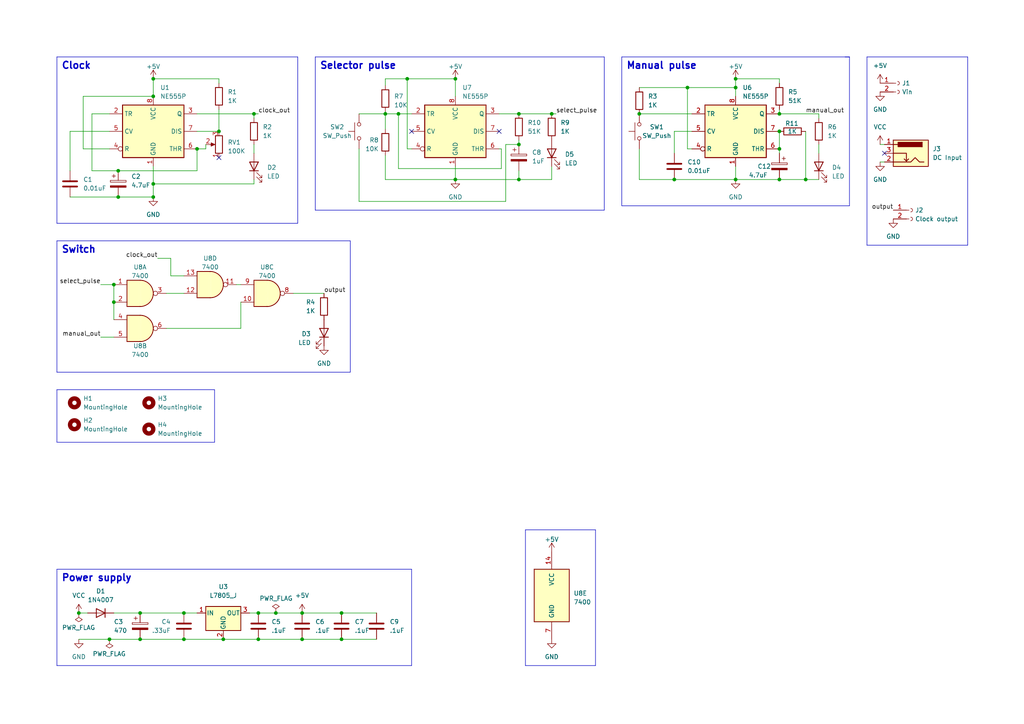
<source format=kicad_sch>
(kicad_sch (version 20231120) (generator "eeschema") (generator_version "8.0")
  (paper "A4")
  (title_block (title "Clock module"))
  (lib_symbols
    (symbol "74xx:7400" (pin_names (offset 1.016))
      (property "Reference" "U" (at 0 1.27 0))
      (property "Value" "7400" (at 0 -1.27 0))
      (symbol "7400_1_1"
        (arc (start 0 -3.81) (mid 3.7934 0) (end 0 3.81) (stroke (width 0.254)) (fill (type background)))
        (polyline (pts (xy 0 3.81) (xy -3.81 3.81) (xy -3.81 -3.81) (xy 0 -3.81)) (stroke (width 0.254)) (fill (type background)))
        (pin input line (at -7.62 2.54 0) (length 3.81) (name "~") (number "1"))
        (pin input line (at -7.62 -2.54 0) (length 3.81) (name "~") (number "2"))
        (pin output inverted (at 7.62 0 180) (length 3.81) (name "~") (number "3"))
      )
      (symbol "7400_1_2"
        (arc (start -3.81 -3.81) (mid -2.589 0) (end -3.81 3.81) (stroke (width 0.254)))
        (arc (start -0.6096 -3.81) (mid 2.1842 -2.5851) (end 3.81 0) (stroke (width 0.254)) (fill (type background)))
        (polyline (pts (xy -3.81 -3.81) (xy -0.635 -3.81)) (stroke (width 0.254)) (fill (type background)))
        (polyline (pts (xy -3.81 3.81) (xy -0.635 3.81)) (stroke (width 0.254)) (fill (type background)))
        (polyline (pts (xy -0.635 3.81) (xy -3.81 3.81) (xy -3.81 3.81) (xy -3.556 3.4036) (xy -3.0226 2.2606) (xy -2.6924 1.0414) (xy -2.6162 -0.254) (xy -2.7686 -1.4986) (xy -3.175 -2.7178) (xy -3.81 -3.81) (xy -3.81 -3.81) (xy -0.635 -3.81)) (stroke (width -25.4)) (fill (type background)))
        (arc (start 3.81 0) (mid 2.1915 2.5936) (end -0.6096 3.81) (stroke (width 0.254)) (fill (type background)))
        (pin input inverted (at -7.62 2.54 0) (length 4.318) (name "~") (number "1"))
        (pin input inverted (at -7.62 -2.54 0) (length 4.318) (name "~") (number "2"))
        (pin output line (at 7.62 0 180) (length 3.81) (name "~") (number "3"))
      )
      (symbol "7400_2_1"
        (arc (start 0 -3.81) (mid 3.7934 0) (end 0 3.81) (stroke (width 0.254)) (fill (type background)))
        (polyline (pts (xy 0 3.81) (xy -3.81 3.81) (xy -3.81 -3.81) (xy 0 -3.81)) (stroke (width 0.254)) (fill (type background)))
        (pin input line (at -7.62 2.54 0) (length 3.81) (name "~") (number "4"))
        (pin input line (at -7.62 -2.54 0) (length 3.81) (name "~") (number "5"))
        (pin output inverted (at 7.62 0 180) (length 3.81) (name "~") (number "6"))
      )
      (symbol "7400_2_2"
        (arc (start -3.81 -3.81) (mid -2.589 0) (end -3.81 3.81) (stroke (width 0.254)))
        (arc (start -0.6096 -3.81) (mid 2.1842 -2.5851) (end 3.81 0) (stroke (width 0.254)) (fill (type background)))
        (polyline (pts (xy -3.81 -3.81) (xy -0.635 -3.81)) (stroke (width 0.254)) (fill (type background)))
        (polyline (pts (xy -3.81 3.81) (xy -0.635 3.81)) (stroke (width 0.254)) (fill (type background)))
        (polyline (pts (xy -0.635 3.81) (xy -3.81 3.81) (xy -3.81 3.81) (xy -3.556 3.4036) (xy -3.0226 2.2606) (xy -2.6924 1.0414) (xy -2.6162 -0.254) (xy -2.7686 -1.4986) (xy -3.175 -2.7178) (xy -3.81 -3.81) (xy -3.81 -3.81) (xy -0.635 -3.81)) (stroke (width -25.4)) (fill (type background)))
        (arc (start 3.81 0) (mid 2.1915 2.5936) (end -0.6096 3.81) (stroke (width 0.254)) (fill (type background)))
        (pin input inverted (at -7.62 2.54 0) (length 4.318) (name "~") (number "4"))
        (pin input inverted (at -7.62 -2.54 0) (length 4.318) (name "~") (number "5"))
        (pin output line (at 7.62 0 180) (length 3.81) (name "~") (number "6"))
      )
      (symbol "7400_3_1"
        (arc (start 0 -3.81) (mid 3.7934 0) (end 0 3.81) (stroke (width 0.254)) (fill (type background)))
        (polyline (pts (xy 0 3.81) (xy -3.81 3.81) (xy -3.81 -3.81) (xy 0 -3.81)) (stroke (width 0.254)) (fill (type background)))
        (pin input line (at -7.62 -2.54 0) (length 3.81) (name "~") (number "10"))
        (pin output inverted (at 7.62 0 180) (length 3.81) (name "~") (number "8"))
        (pin input line (at -7.62 2.54 0) (length 3.81) (name "~") (number "9"))
      )
      (symbol "7400_3_2"
        (arc (start -3.81 -3.81) (mid -2.589 0) (end -3.81 3.81) (stroke (width 0.254)))
        (arc (start -0.6096 -3.81) (mid 2.1842 -2.5851) (end 3.81 0) (stroke (width 0.254)) (fill (type background)))
        (polyline (pts (xy -3.81 -3.81) (xy -0.635 -3.81)) (stroke (width 0.254)) (fill (type background)))
        (polyline (pts (xy -3.81 3.81) (xy -0.635 3.81)) (stroke (width 0.254)) (fill (type background)))
        (polyline (pts (xy -0.635 3.81) (xy -3.81 3.81) (xy -3.81 3.81) (xy -3.556 3.4036) (xy -3.0226 2.2606) (xy -2.6924 1.0414) (xy -2.6162 -0.254) (xy -2.7686 -1.4986) (xy -3.175 -2.7178) (xy -3.81 -3.81) (xy -3.81 -3.81) (xy -0.635 -3.81)) (stroke (width -25.4)) (fill (type background)))
        (arc (start 3.81 0) (mid 2.1915 2.5936) (end -0.6096 3.81) (stroke (width 0.254)) (fill (type background)))
        (pin input inverted (at -7.62 -2.54 0) (length 4.318) (name "~") (number "10"))
        (pin output line (at 7.62 0 180) (length 3.81) (name "~") (number "8"))
        (pin input inverted (at -7.62 2.54 0) (length 4.318) (name "~") (number "9"))
      )
      (symbol "7400_4_1"
        (arc (start 0 -3.81) (mid 3.7934 0) (end 0 3.81) (stroke (width 0.254)) (fill (type background)))
        (polyline (pts (xy 0 3.81) (xy -3.81 3.81) (xy -3.81 -3.81) (xy 0 -3.81)) (stroke (width 0.254)) (fill (type background)))
        (pin output inverted (at 7.62 0 180) (length 3.81) (name "~") (number "11"))
        (pin input line (at -7.62 2.54 0) (length 3.81) (name "~") (number "12"))
        (pin input line (at -7.62 -2.54 0) (length 3.81) (name "~") (number "13"))
      )
      (symbol "7400_4_2"
        (arc (start -3.81 -3.81) (mid -2.589 0) (end -3.81 3.81) (stroke (width 0.254)))
        (arc (start -0.6096 -3.81) (mid 2.1842 -2.5851) (end 3.81 0) (stroke (width 0.254)) (fill (type background)))
        (polyline (pts (xy -3.81 -3.81) (xy -0.635 -3.81)) (stroke (width 0.254)) (fill (type background)))
        (polyline (pts (xy -3.81 3.81) (xy -0.635 3.81)) (stroke (width 0.254)) (fill (type background)))
        (polyline (pts (xy -0.635 3.81) (xy -3.81 3.81) (xy -3.81 3.81) (xy -3.556 3.4036) (xy -3.0226 2.2606) (xy -2.6924 1.0414) (xy -2.6162 -0.254) (xy -2.7686 -1.4986) (xy -3.175 -2.7178) (xy -3.81 -3.81) (xy -3.81 -3.81) (xy -0.635 -3.81)) (stroke (width -25.4)) (fill (type background)))
        (arc (start 3.81 0) (mid 2.1915 2.5936) (end -0.6096 3.81) (stroke (width 0.254)) (fill (type background)))
        (pin output line (at 7.62 0 180) (length 3.81) (name "~") (number "11"))
        (pin input inverted (at -7.62 2.54 0) (length 4.318) (name "~") (number "12"))
        (pin input inverted (at -7.62 -2.54 0) (length 4.318) (name "~") (number "13"))
      )
      (symbol "7400_5_0"
        (pin power_in line (at 0 12.7 270) (length 5.08) (name "VCC") (number "14"))
        (pin power_in line (at 0 -12.7 90) (length 5.08) (name "GND") (number "7"))
      )
      (symbol "7400_5_1"
        (rectangle (start -5.08 7.62) (end 5.08 -7.62) (stroke (width 0.254)) (fill (type background)))
      )
    )
    (symbol "Connector:Barrel_Jack_Switch" (pin_names hide)
      (property "Reference" "J" (at 0 5.334 0))
      (property "Value" "Barrel_Jack_Switch" (at 0 -5.08 0))
      (symbol "Barrel_Jack_Switch_0_1"
        (rectangle (start -5.08 3.81) (end 5.08 -3.81) (stroke (width 0.254)) (fill (type background)))
        (arc (start -3.302 1.905) (mid -2.6697 2.54) (end -3.302 3.175) (stroke (width 0.254)))
        (arc (start -3.302 1.905) (mid -2.6697 2.54) (end -3.302 3.175) (stroke (width 0.254)) (fill (type outline)))
        (polyline (pts (xy 1.27 -2.286) (xy 1.905 -1.651)) (stroke (width 0.254)))
        (polyline (pts (xy 5.08 2.54) (xy 3.81 2.54)) (stroke (width 0.254)))
        (polyline (pts (xy 5.08 0) (xy 1.27 0) (xy 1.27 -2.286) (xy 0.635 -1.651)) (stroke (width 0.254)))
        (polyline (pts (xy -3.81 -2.54) (xy -2.54 -2.54) (xy -1.27 -1.27) (xy 0 -2.54) (xy 2.54 -2.54) (xy 5.08 -2.54)) (stroke (width 0.254)))
        (rectangle (start 3.683 3.175) (end -3.302 1.905) (stroke (width 0.254)) (fill (type outline)))
      )
      (symbol "Barrel_Jack_Switch_1_1"
        (pin passive line (at 7.62 2.54 180) (length 2.54) (name "~") (number "1"))
        (pin passive line (at 7.62 -2.54 180) (length 2.54) (name "~") (number "2"))
        (pin passive line (at 7.62 0 180) (length 2.54) (name "~") (number "3"))
      )
    )
    (symbol "Connector:Conn_01x02_Female" (pin_names (offset 1.016) hide)
      (property "Reference" "J" (at 0 2.54 0))
      (property "Value" "Conn_01x02_Female" (at 0 -5.08 0))
      (symbol "Conn_01x02_Female_1_1"
        (arc (start 0 -3.048) (mid 0.5058 -2.54) (end 0 -2.032) (stroke (width 0.1524)))
        (arc (start 0 -0.508) (mid 0.5058 0) (end 0 0.508) (stroke (width 0.1524)))
        (polyline (pts (xy -1.27 -2.54) (xy -0.508 -2.54)) (stroke (width 0.1524)))
        (polyline (pts (xy -1.27 0) (xy -0.508 0)) (stroke (width 0.1524)))
        (pin passive line (at -5.08 0 0) (length 3.81) (name "Pin_1") (number "1"))
        (pin passive line (at -5.08 -2.54 0) (length 3.81) (name "Pin_2") (number "2"))
      )
    )
    (symbol "Device:C" (pin_numbers hide) (pin_names (offset 0.254))
      (property "Reference" "C" (at 0.635 2.54 0))
      (property "Value" "C" (at 0.635 -2.54 0))
      (symbol "C_0_1"
        (polyline (pts (xy -2.032 -0.762) (xy 2.032 -0.762)) (stroke (width 0.508)))
        (polyline (pts (xy -2.032 0.762) (xy 2.032 0.762)) (stroke (width 0.508)))
      )
      (symbol "C_1_1"
        (pin passive line (at 0 3.81 270) (length 2.794) (name "~") (number "1"))
        (pin passive line (at 0 -3.81 90) (length 2.794) (name "~") (number "2"))
      )
    )
    (symbol "Device:C_Polarized" (pin_numbers hide) (pin_names (offset 0.254))
      (property "Reference" "C" (at 0.635 2.54 0))
      (property "Value" "C_Polarized" (at 0.635 -2.54 0))
      (symbol "C_Polarized_0_1"
        (rectangle (start -2.286 0.508) (end 2.286 1.016))
        (polyline (pts (xy -1.778 2.286) (xy -0.762 2.286)))
        (polyline (pts (xy -1.27 2.794) (xy -1.27 1.778)))
        (rectangle (start 2.286 -0.508) (end -2.286 -1.016) (fill (type outline)))
      )
      (symbol "C_Polarized_1_1"
        (pin passive line (at 0 3.81 270) (length 2.794) (name "~") (number "1"))
        (pin passive line (at 0 -3.81 90) (length 2.794) (name "~") (number "2"))
      )
    )
    (symbol "Device:D" (pin_numbers hide) (pin_names (offset 1.016) hide)
      (property "Reference" "D" (at 0 2.54 0))
      (property "Value" "D" (at 0 -2.54 0))
      (symbol "D_0_1"
        (polyline (pts (xy -1.27 1.27) (xy -1.27 -1.27)) (stroke (width 0.254)))
        (polyline (pts (xy 1.27 0) (xy -1.27 0)))
        (polyline (pts (xy 1.27 1.27) (xy 1.27 -1.27) (xy -1.27 0) (xy 1.27 1.27)) (stroke (width 0.254)))
      )
      (symbol "D_1_1"
        (pin passive line (at -3.81 0 0) (length 2.54) (name "K") (number "1"))
        (pin passive line (at 3.81 0 180) (length 2.54) (name "A") (number "2"))
      )
    )
    (symbol "Device:LED" (pin_numbers hide) (pin_names (offset 1.016) hide)
      (property "Reference" "D" (at 0 2.54 0))
      (property "Value" "LED" (at 0 -2.54 0))
      (symbol "LED_0_1"
        (polyline (pts (xy -1.27 -1.27) (xy -1.27 1.27)) (stroke (width 0.254)))
        (polyline (pts (xy -1.27 0) (xy 1.27 0)))
        (polyline (pts (xy 1.27 -1.27) (xy 1.27 1.27) (xy -1.27 0) (xy 1.27 -1.27)) (stroke (width 0.254)))
        (polyline (pts (xy -3.048 -0.762) (xy -4.572 -2.286) (xy -3.81 -2.286) (xy -4.572 -2.286) (xy -4.572 -1.524)))
        (polyline (pts (xy -1.778 -0.762) (xy -3.302 -2.286) (xy -2.54 -2.286) (xy -3.302 -2.286) (xy -3.302 -1.524)))
      )
      (symbol "LED_1_1"
        (pin passive line (at -3.81 0 0) (length 2.54) (name "K") (number "1"))
        (pin passive line (at 3.81 0 180) (length 2.54) (name "A") (number "2"))
      )
    )
    (symbol "Device:R" (pin_numbers hide) (pin_names (offset 0))
      (property "Reference" "R" (at 2.032 0 90))
      (property "Value" "R" (at 0 0 90))
      (symbol "R_0_1"
        (rectangle (start -1.016 -2.54) (end 1.016 2.54) (stroke (width 0.254)))
      )
      (symbol "R_1_1"
        (pin passive line (at 0 3.81 270) (length 1.27) (name "~") (number "1"))
        (pin passive line (at 0 -3.81 90) (length 1.27) (name "~") (number "2"))
      )
    )
    (symbol "Device:R_Potentiometer" (pin_names (offset 1.016) hide)
      (property "Reference" "RV" (at -4.445 0 90))
      (property "Value" "R_Potentiometer" (at -2.54 0 90))
      (symbol "R_Potentiometer_0_1"
        (polyline (pts (xy 2.54 0) (xy 1.524 0)))
        (polyline (pts (xy 1.143 0) (xy 2.286 0.508) (xy 2.286 -0.508) (xy 1.143 0)) (fill (type outline)))
        (rectangle (start 1.016 2.54) (end -1.016 -2.54) (stroke (width 0.254)))
      )
      (symbol "R_Potentiometer_1_1"
        (pin passive line (at 0 3.81 270) (length 1.27) (name "1") (number "1"))
        (pin passive line (at 3.81 0 180) (length 1.27) (name "2") (number "2"))
        (pin passive line (at 0 -3.81 90) (length 1.27) (name "3") (number "3"))
      )
    )
    (symbol "Mechanical:MountingHole" (pin_names (offset 1.016))
      (property "Reference" "H" (at 0 5.08 0))
      (property "Value" "MountingHole" (at 0 3.175 0))
      (symbol "MountingHole_0_1"
        (circle (center 0 0) (radius 1.27) (stroke (width 1.27)))
      )
    )
    (symbol "Switch:SW_Push" (pin_numbers hide) (pin_names (offset 1.016) hide)
      (property "Reference" "SW" (at 1.27 2.54 0))
      (property "Value" "SW_Push" (at 0 -1.524 0))
      (symbol "SW_Push_0_1"
        (circle (center -2.032 0) (radius 0.508))
        (polyline (pts (xy 0 1.27) (xy 0 3.048)))
        (polyline (pts (xy 2.54 1.27) (xy -2.54 1.27)))
        (circle (center 2.032 0) (radius 0.508))
        (pin passive line (at -5.08 0 0) (length 2.54) (name "1") (number "1"))
        (pin passive line (at 5.08 0 180) (length 2.54) (name "2") (number "2"))
      )
    )
    (symbol "Timer:NE555P"
      (property "Reference" "U" (at -10.16 8.89 0))
      (property "Value" "NE555P" (at 2.54 8.89 0))
      (symbol "NE555P_0_0"
        (pin power_in line (at 0 -10.16 90) (length 2.54) (name "GND") (number "1"))
        (pin power_in line (at 0 10.16 270) (length 2.54) (name "VCC") (number "8"))
      )
      (symbol "NE555P_0_1"
        (rectangle (start -8.89 -7.62) (end 8.89 7.62) (stroke (width 0.254)) (fill (type background)))
        (rectangle (start -8.89 -7.62) (end 8.89 7.62) (stroke (width 0.254)) (fill (type background)))
      )
      (symbol "NE555P_1_1"
        (pin input line (at -12.7 5.08 0) (length 3.81) (name "TR") (number "2"))
        (pin output line (at 12.7 5.08 180) (length 3.81) (name "Q") (number "3"))
        (pin input inverted (at -12.7 -5.08 0) (length 3.81) (name "R") (number "4"))
        (pin input line (at -12.7 0 0) (length 3.81) (name "CV") (number "5"))
        (pin input line (at 12.7 -5.08 180) (length 3.81) (name "THR") (number "6"))
        (pin input line (at 12.7 0 180) (length 3.81) (name "DIS") (number "7"))
      )
    )
    (symbol "joppe:L7805_J" (pin_names (offset 0.254))
      (property "Reference" "U" (at -3.81 3.175 0))
      (property "Value" "L7805_J" (at 0 3.175 0))
      (symbol "L7805_J_0_1"
        (rectangle (start -5.08 1.905) (end 5.08 -5.08) (stroke (width 0.254)) (fill (type background)))
      )
      (symbol "L7805_J_1_1"
        (pin bidirectional line (at -7.62 0 0) (length 2.54) (name "IN") (number "1"))
        (pin power_in line (at 0 -7.62 90) (length 2.54) (name "GND") (number "2"))
        (pin bidirectional line (at 7.62 0 180) (length 2.54) (name "OUT") (number "3"))
      )
    )
    (symbol "power:+5V" (power) (pin_names (offset 0))
      (property "Value" "+5V" (at 0 3.556 0))
      (symbol "+5V_0_1"
        (polyline (pts (xy -0.762 1.27) (xy 0 2.54)))
        (polyline (pts (xy 0 0) (xy 0 2.54)))
        (polyline (pts (xy 0 2.54) (xy 0.762 1.27)))
      )
      (symbol "+5V_1_1"
        (pin power_in line (at 0 0 90) (length 0) hide (name "+5V") (number "1"))
      )
    )
    (symbol "power:GND" (power) (pin_names (offset 0))
      (property "Value" "GND" (at 0 -3.81 0))
      (symbol "GND_0_1"
        (polyline (pts (xy 0 0) (xy 0 -1.27) (xy 1.27 -1.27) (xy 0 -2.54) (xy -1.27 -1.27) (xy 0 -1.27)))
      )
      (symbol "GND_1_1"
        (pin power_in line (at 0 0 270) (length 0) hide (name "GND") (number "1"))
      )
    )
    (symbol "power:PWR_FLAG" (power) (pin_numbers hide) (pin_names (offset 0) hide)
      (property "Value" "PWR_FLAG" (at 0 3.81 0))
      (symbol "PWR_FLAG_0_0"
        (pin power_out line (at 0 0 90) (length 0) (name "pwr") (number "1"))
      )
      (symbol "PWR_FLAG_0_1"
        (polyline (pts (xy 0 0) (xy 0 1.27) (xy -1.016 1.905) (xy 0 2.54) (xy 1.016 1.905) (xy 0 1.27)))
      )
    )
    (symbol "power:VCC" (power) (pin_names (offset 0))
      (property "Value" "VCC" (at 0 3.81 0))
      (symbol "VCC_0_1"
        (polyline (pts (xy -0.762 1.27) (xy 0 2.54)))
        (polyline (pts (xy 0 0) (xy 0 2.54)))
        (polyline (pts (xy 0 2.54) (xy 0.762 1.27)))
      )
      (symbol "VCC_1_1"
        (pin power_in line (at 0 0 90) (length 0) hide (name "VCC") (number "1"))
      )
    )
  )
  (junction (at 199.39 25.4))
  (junction (at 74.93 177.8))
  (junction (at 74.93 185.42))
  (junction (at 22.86 177.8))
  (junction (at 44.45 53.34))
  (junction (at 213.36 52.07))
  (junction (at 80.01 177.8))
  (junction (at 150.495 33.02))
  (junction (at 213.36 25.4))
  (junction (at 99.06 185.42))
  (junction (at 115.57 33.02))
  (junction (at 73.66 33.02))
  (junction (at 132.08 52.07))
  (junction (at 111.76 33.02))
  (junction (at 33.02 82.55))
  (junction (at 57.15 43.18))
  (junction (at 150.495 41.91))
  (junction (at 233.68 52.07))
  (junction (at 213.36 22.86))
  (junction (at 53.34 185.42))
  (junction (at 160.02 33.02))
  (junction (at 226.06 38.1))
  (junction (at 185.42 33.02))
  (junction (at 132.08 22.86))
  (junction (at 33.02 87.63))
  (junction (at 53.34 177.8))
  (junction (at 34.29 49.53))
  (junction (at 87.63 177.8))
  (junction (at 87.63 185.42))
  (junction (at 44.45 22.86))
  (junction (at 31.75 185.42))
  (junction (at 150.495 52.07))
  (junction (at 63.5 38.1))
  (junction (at 118.11 22.86))
  (junction (at 44.45 27.94))
  (junction (at 226.06 43.18))
  (junction (at 195.58 52.07))
  (junction (at 99.06 177.8))
  (junction (at 34.29 57.15))
  (junction (at 44.45 57.15))
  (junction (at 226.06 52.07))
  (junction (at 40.64 177.8))
  (junction (at 64.77 185.42))
  (junction (at 40.64 185.42))
  (junction (at 226.06 33.02))
  (no_connect (at 144.78 38.1))
  (no_connect (at 63.5 45.72))
  (no_connect (at 256.54 44.45))
  (no_connect (at 119.38 38.1))
  (polyline (pts (xy 91.44 16.51) (xy 91.44 60.96)))
  (wire (pts (xy 53.34 185.42) (xy 64.77 185.42)))
  (wire (pts (xy 31.75 38.1) (xy 20.32 38.1)))
  (polyline (pts (xy 152.4 153.67) (xy 172.72 153.67)))
  (wire (pts (xy 233.68 38.1) (xy 233.68 52.07)))
  (polyline (pts (xy 16.51 128.27) (xy 62.23 128.27)))
  (wire (pts (xy 64.77 185.42) (xy 74.93 185.42)))
  (wire (pts (xy 40.64 185.42) (xy 53.34 185.42)))
  (wire (pts (xy 226.06 33.02) (xy 237.49 33.02)))
  (wire (pts (xy 119.38 43.18) (xy 118.11 43.18)))
  (wire (pts (xy 118.11 22.86) (xy 132.08 22.86)))
  (wire (pts (xy 73.66 44.45) (xy 73.66 41.91)))
  (wire (pts (xy 226.06 52.07) (xy 233.68 52.07)))
  (wire (pts (xy 31.75 43.18) (xy 24.13 43.18)))
  (wire (pts (xy 34.29 49.53) (xy 57.15 49.53)))
  (wire (pts (xy 22.86 185.42) (xy 31.75 185.42)))
  (wire (pts (xy 80.01 177.8) (xy 74.93 177.8)))
  (wire (pts (xy 73.66 34.29) (xy 73.66 33.02)))
  (polyline (pts (xy 16.51 165.1) (xy 16.51 193.04)))
  (polyline (pts (xy 16.51 113.03) (xy 16.51 113.03)))
  (wire (pts (xy 49.53 74.93) (xy 49.53 80.01)))
  (polyline (pts (xy 16.51 113.03) (xy 16.51 128.27)))
  (wire (pts (xy 226.06 31.75) (xy 226.06 33.02)))
  (wire (pts (xy 68.58 82.55) (xy 69.85 82.55)))
  (wire (pts (xy 199.39 43.18) (xy 199.39 25.4)))
  (wire (pts (xy 132.08 48.26) (xy 132.08 52.07)))
  (wire (pts (xy 111.76 33.02) (xy 111.76 37.465)))
  (wire (pts (xy 118.11 22.86) (xy 118.11 43.18)))
  (wire (pts (xy 213.36 25.4) (xy 213.36 27.94)))
  (wire (pts (xy 73.66 33.02) (xy 74.93 33.02)))
  (polyline (pts (xy 152.4 153.67) (xy 152.4 193.04)))
  (polyline (pts (xy 16.51 193.04) (xy 119.38 193.04)))
  (polyline (pts (xy 16.51 16.51) (xy 86.36 16.51)))
  (wire (pts (xy 213.36 48.26) (xy 213.36 52.07)))
  (wire (pts (xy 145.415 43.18) (xy 145.415 48.895)))
  (wire (pts (xy 44.45 27.94) (xy 44.45 22.86)))
  (polyline (pts (xy 101.6 107.95) (xy 101.6 69.85)))
  (wire (pts (xy 33.02 82.55) (xy 33.02 87.63)))
  (wire (pts (xy 115.57 33.02) (xy 119.38 33.02)))
  (wire (pts (xy 48.26 85.09) (xy 53.34 85.09)))
  (wire (pts (xy 29.21 82.55) (xy 33.02 82.55)))
  (wire (pts (xy 144.78 43.18) (xy 145.415 43.18)))
  (wire (pts (xy 24.13 43.18) (xy 24.13 27.94)))
  (wire (pts (xy 132.08 52.07) (xy 150.495 52.07)))
  (wire (pts (xy 80.01 177.8) (xy 87.63 177.8)))
  (wire (pts (xy 26.67 49.53) (xy 34.29 49.53)))
  (wire (pts (xy 115.57 48.895) (xy 115.57 33.02)))
  (wire (pts (xy 85.09 85.09) (xy 93.98 85.09)))
  (wire (pts (xy 255.27 41.91) (xy 256.54 41.91)))
  (polyline (pts (xy 175.26 60.96) (xy 175.26 16.51)))
  (wire (pts (xy 44.45 48.26) (xy 44.45 53.34)))
  (wire (pts (xy 213.36 52.07) (xy 226.06 52.07)))
  (wire (pts (xy 185.42 52.07) (xy 195.58 52.07)))
  (polyline (pts (xy 91.44 60.96) (xy 175.26 60.96)))
  (wire (pts (xy 237.49 44.45) (xy 237.49 41.91)))
  (wire (pts (xy 185.42 43.18) (xy 185.42 52.07)))
  (wire (pts (xy 72.39 177.8) (xy 74.93 177.8)))
  (wire (pts (xy 57.15 43.18) (xy 59.69 43.18)))
  (wire (pts (xy 104.14 58.42) (xy 104.14 43.18)))
  (polyline (pts (xy 251.46 71.12) (xy 280.67 71.12)))
  (wire (pts (xy 31.75 185.42) (xy 40.64 185.42)))
  (wire (pts (xy 57.15 33.02) (xy 73.66 33.02)))
  (polyline (pts (xy 16.51 69.85) (xy 16.51 107.95)))
  (wire (pts (xy 144.78 33.02) (xy 150.495 33.02)))
  (wire (pts (xy 195.58 38.1) (xy 200.66 38.1)))
  (wire (pts (xy 199.39 25.4) (xy 213.36 25.4)))
  (wire (pts (xy 161.29 33.02) (xy 160.02 33.02)))
  (polyline (pts (xy 91.44 16.51) (xy 175.26 16.51)))
  (polyline (pts (xy 62.23 128.27) (xy 62.23 113.03)))
  (wire (pts (xy 226.06 38.1) (xy 226.06 43.18)))
  (polyline (pts (xy 180.34 16.51) (xy 180.34 59.69)))
  (wire (pts (xy 44.45 22.86) (xy 63.5 22.86)))
  (wire (pts (xy 237.49 34.29) (xy 237.49 33.02)))
  (wire (pts (xy 111.76 45.085) (xy 111.76 52.07)))
  (wire (pts (xy 49.53 80.01) (xy 53.34 80.01)))
  (wire (pts (xy 111.76 22.86) (xy 111.76 24.765)))
  (wire (pts (xy 111.76 32.385) (xy 111.76 33.02)))
  (polyline (pts (xy 62.23 113.03) (xy 16.51 113.03)))
  (wire (pts (xy 160.02 48.26) (xy 160.02 52.07)))
  (wire (pts (xy 99.06 185.42) (xy 109.22 185.42)))
  (wire (pts (xy 31.75 33.02) (xy 26.67 33.02)))
  (wire (pts (xy 53.34 177.8) (xy 57.15 177.8)))
  (polyline (pts (xy 180.34 59.69) (xy 246.38 59.69)))
  (wire (pts (xy 118.11 22.86) (xy 111.76 22.86)))
  (wire (pts (xy 29.21 97.79) (xy 33.02 97.79)))
  (wire (pts (xy 57.15 38.1) (xy 63.5 38.1)))
  (wire (pts (xy 104.14 33.02) (xy 111.76 33.02)))
  (polyline (pts (xy 246.38 16.51) (xy 246.38 59.69)))
  (polyline (pts (xy 251.46 16.51) (xy 251.46 71.12)))
  (polyline (pts (xy 16.51 69.85) (xy 101.6 69.85)))
  (polyline (pts (xy 245.11 16.51) (xy 246.38 16.51)))
  (wire (pts (xy 45.72 74.93) (xy 49.53 74.93)))
  (wire (pts (xy 200.66 43.18) (xy 199.39 43.18)))
  (wire (pts (xy 57.15 43.18) (xy 57.15 49.53)))
  (wire (pts (xy 195.58 52.07) (xy 213.36 52.07)))
  (wire (pts (xy 213.36 22.86) (xy 213.36 25.4)))
  (wire (pts (xy 111.76 33.02) (xy 115.57 33.02)))
  (wire (pts (xy 146.685 58.42) (xy 104.14 58.42)))
  (wire (pts (xy 87.63 185.42) (xy 99.06 185.42)))
  (polyline (pts (xy 16.51 107.95) (xy 101.6 107.95)))
  (polyline (pts (xy 152.4 193.04) (xy 172.72 193.04)))
  (polyline (pts (xy 251.46 16.51) (xy 280.67 16.51)))
  (polyline (pts (xy 16.51 16.51) (xy 16.51 64.77)))
  (polyline (pts (xy 180.34 16.51) (xy 246.38 16.51)))
  (wire (pts (xy 69.85 87.63) (xy 69.85 95.25)))
  (wire (pts (xy 150.495 41.91) (xy 146.685 41.91)))
  (wire (pts (xy 255.27 46.99) (xy 256.54 46.99)))
  (wire (pts (xy 59.69 43.18) (xy 59.69 41.91)))
  (wire (pts (xy 63.5 22.86) (xy 63.5 24.13)))
  (wire (pts (xy 150.495 49.53) (xy 150.495 52.07)))
  (polyline (pts (xy 16.51 165.1) (xy 119.38 165.1)))
  (wire (pts (xy 185.42 25.4) (xy 199.39 25.4)))
  (wire (pts (xy 99.06 177.8) (xy 109.22 177.8)))
  (wire (pts (xy 150.495 33.02) (xy 160.02 33.02)))
  (wire (pts (xy 226.06 24.13) (xy 226.06 22.86)))
  (wire (pts (xy 145.415 48.895) (xy 115.57 48.895)))
  (wire (pts (xy 150.495 40.64) (xy 150.495 41.91)))
  (wire (pts (xy 44.45 53.34) (xy 73.66 53.34)))
  (wire (pts (xy 195.58 44.45) (xy 195.58 38.1)))
  (wire (pts (xy 226.06 43.18) (xy 226.06 44.45)))
  (wire (pts (xy 33.02 87.63) (xy 33.02 92.71)))
  (wire (pts (xy 150.495 52.07) (xy 160.02 52.07)))
  (wire (pts (xy 33.02 177.8) (xy 40.64 177.8)))
  (polyline (pts (xy 172.72 193.04) (xy 172.72 153.67)))
  (wire (pts (xy 74.93 185.42) (xy 87.63 185.42)))
  (polyline (pts (xy 86.36 64.77) (xy 86.36 16.51)))
  (wire (pts (xy 20.32 38.1) (xy 20.32 49.53)))
  (wire (pts (xy 73.66 52.07) (xy 73.66 53.34)))
  (polyline (pts (xy 16.51 64.77) (xy 86.36 64.77)))
  (wire (pts (xy 26.67 33.02) (xy 26.67 49.53)))
  (polyline (pts (xy 119.38 193.04) (xy 119.38 165.1)))
  (wire (pts (xy 22.86 177.8) (xy 25.4 177.8)))
  (wire (pts (xy 34.29 57.15) (xy 44.45 57.15)))
  (wire (pts (xy 20.32 57.15) (xy 34.29 57.15)))
  (wire (pts (xy 87.63 177.8) (xy 99.06 177.8)))
  (wire (pts (xy 226.06 22.86) (xy 213.36 22.86)))
  (wire (pts (xy 132.08 22.86) (xy 132.08 27.94)))
  (wire (pts (xy 44.45 53.34) (xy 44.45 57.15)))
  (wire (pts (xy 63.5 31.75) (xy 63.5 38.1)))
  (wire (pts (xy 132.08 52.07) (xy 111.76 52.07)))
  (polyline (pts (xy 280.67 71.12) (xy 280.67 16.51)))
  (wire (pts (xy 185.42 33.02) (xy 200.66 33.02)))
  (wire (pts (xy 40.64 177.8) (xy 53.34 177.8)))
  (wire (pts (xy 69.85 95.25) (xy 48.26 95.25)))
  (wire (pts (xy 146.685 41.91) (xy 146.685 58.42)))
  (wire (pts (xy 24.13 27.94) (xy 44.45 27.94)))
  (wire (pts (xy 233.68 52.07) (xy 237.49 52.07)))
  (text "Power supply" (at 17.78 168.91 0) (effects (font (size 2 2) (bold yes)) (justify left bottom)))
  (text "Selector pulse" (at 92.71 20.32 0) (effects (font (size 2 2) (thickness 0.4) (bold yes)) (justify left bottom)))
  (text "Switch" (at 17.78 73.66 0) (effects (font (size 2 2) (thickness 0.4) (bold yes)) (justify left bottom)))
  (text "Clock" (at 17.78 20.32 0) (effects (font (size 2 2) (thickness 0.4) (bold yes)) (justify left bottom)))
  (text "Manual pulse" (at 181.61 20.32 0) (effects (font (size 2 2) (thickness 0.4) (bold yes)) (justify left bottom)))
  (label "manual_out" (at 29.21 97.79 180))
  (label "select_pulse" (at 29.21 82.55 180))
  (label "clock_out" (at 74.93 33.02 0))
  (label "select_pulse" (at 161.29 33.02 0))
  (label "clock_out" (at 45.72 74.93 180))
  (label "manual_out" (at 233.68 33.02 0))
  (label "output" (at 259.08 60.96 180))
  (label "output" (at 93.98 85.09 0))
  (symbol (lib_id "Mechanical:MountingHole") (at 21.59 123.19 0) (unit 1)
    (property "Reference" "H2" (at 24.13 121.9199 0) (effects (justify left)))
    (property "Value" "MountingHole" (at 24.13 124.4599 0) (effects (justify left)))
    (property "Footprint" "MountingHole:MountingHole_4.3mm_M4" (effects (hide yes)))
  )
  (symbol (lib_id "Device:LED") (at 160.02 44.45 90) (unit 1)
    (property "Reference" "D5" (at 163.83 44.7674 90) (effects (justify right)))
    (property "Value" "LED" (at 163.83 47.3074 90) (effects (justify right)))
    (property "Footprint" "LED_THT:LED_D5.0mm" (effects (hide yes)))
  )
  (symbol (lib_id "Mechanical:MountingHole") (at 43.18 124.46 0) (unit 1)
    (property "Reference" "H4" (at 45.72 123.1899 0) (effects (justify left)))
    (property "Value" "MountingHole" (at 45.72 125.7299 0) (effects (justify left)))
    (property "Footprint" "MountingHole:MountingHole_4.3mm_M4" (effects (hide yes)))
  )
  (symbol (lib_id "Device:C") (at 99.06 181.61 0) (unit 1)
    (property "Reference" "C7" (at 102.87 180.3399 0) (effects (justify left)))
    (property "Value" ".1uF" (at 102.87 182.8799 0) (effects (justify left)))
    (property "Footprint" "Capacitor_THT:C_Disc_D3.0mm_W1.6mm_P2.50mm" (effects (hide yes)))
  )
  (symbol (lib_id "power:GND") (at 132.08 52.07 0) (unit 1)
    (property "Reference" "#PWR017" (effects (hide yes)))
    (property "Value" "GND" (at 132.08 57.15 0))
  )
  (symbol (lib_id "Device:R_Potentiometer") (at 63.5 41.91 180) (unit 1)
    (property "Reference" "RV1" (at 66.04 41.275 0) (effects (justify right)))
    (property "Value" "100K" (at 66.04 43.815 0) (effects (justify right)))
    (property "Footprint" "w_pth_resistors:trimmer_alps-rk09k1130ah1" (effects (hide yes)))
  )
  (symbol (lib_id "Device:C") (at 74.93 181.61 0) (unit 1)
    (property "Reference" "C5" (at 78.74 180.3399 0) (effects (justify left)))
    (property "Value" ".1uF" (at 78.74 182.8799 0) (effects (justify left)))
    (property "Footprint" "Capacitor_THT:C_Disc_D3.0mm_W1.6mm_P2.50mm" (effects (hide yes)))
  )
  (symbol (lib_id "Device:C") (at 20.32 53.34 180) (unit 1)
    (property "Reference" "C1" (at 24.13 52.0699 0) (effects (justify right)))
    (property "Value" "0.01uF" (at 24.13 54.6099 0) (effects (justify right)))
    (property "Footprint" "Capacitor_THT:C_Disc_D3.0mm_W1.6mm_P2.50mm" (effects (hide yes)))
  )
  (symbol (lib_id "power:PWR_FLAG") (at 22.86 177.8 180) (unit 1)
    (property "Reference" "#FLG01" (effects (hide yes)))
    (property "Value" "PWR_FLAG" (at 27.6271 182.0281 0) (effects (justify left)))
  )
  (symbol (lib_id "power:GND") (at 22.86 185.42 0) (unit 1)
    (property "Reference" "#PWR02" (effects (hide yes)))
    (property "Value" "GND" (at 22.86 190.5 0))
  )
  (symbol (lib_id "power:GND") (at 93.98 100.33 0) (mirror y) (unit 1)
    (property "Reference" "#PWR0101" (effects (hide yes)))
    (property "Value" "GND" (at 93.98 105.41 0))
  )
  (symbol (lib_id "Device:R") (at 93.98 88.9 0) (mirror y) (unit 1)
    (property "Reference" "R4" (at 91.44 87.6299 0) (effects (justify left)))
    (property "Value" "1K" (at 91.44 90.1699 0) (effects (justify left)))
    (property "Footprint" "Resistor_THT:R_Axial_DIN0204_L3.6mm_D1.6mm_P7.62mm_Horizontal" (effects (hide yes)))
  )
  (symbol (lib_id "power:+5V") (at 132.08 22.86 0) (unit 1)
    (property "Reference" "#PWR016" (effects (hide yes)))
    (property "Value" "+5V" (at 132.08 19.304 0))
  )
  (symbol (lib_id "power:VCC") (at 22.86 177.8 0) (unit 1)
    (property "Reference" "#PWR01" (effects (hide yes)))
    (property "Value" "VCC" (at 22.86 172.72 0))
  )
  (symbol (lib_id "Device:C") (at 53.34 181.61 0) (mirror x) (unit 1)
    (property "Reference" "C4" (at 49.53 180.3399 0) (effects (justify right)))
    (property "Value" ".33uF" (at 49.53 182.8799 0) (effects (justify right)))
    (property "Footprint" "Capacitor_THT:C_Disc_D3.0mm_W1.6mm_P2.50mm" (effects (hide yes)))
  )
  (symbol (lib_id "Mechanical:MountingHole") (at 43.18 116.84 0) (unit 1)
    (property "Reference" "H3" (at 45.72 115.5699 0) (effects (justify left)))
    (property "Value" "MountingHole" (at 45.72 118.1099 0) (effects (justify left)))
    (property "Footprint" "MountingHole:MountingHole_4.3mm_M4" (effects (hide yes)))
  )
  (symbol (lib_id "Mechanical:MountingHole") (at 21.59 116.84 0) (unit 1)
    (property "Reference" "H1" (at 24.13 115.5699 0) (effects (justify left)))
    (property "Value" "MountingHole" (at 24.13 118.1099 0) (effects (justify left)))
    (property "Footprint" "MountingHole:MountingHole_4.3mm_M4" (effects (hide yes)))
  )
  (symbol (lib_id "Connector:Conn_01x02_Female") (at 264.16 60.96 0) (unit 1)
    (property "Reference" "J2" (at 265.43 60.9599 0) (effects (justify left)))
    (property "Value" "Clock output" (at 265.43 63.4999 0) (effects (justify left)))
    (property "Footprint" "Connector_PinSocket_2.54mm:PinSocket_1x02_P2.54mm_Vertical" (effects (hide yes)))
  )
  (symbol (lib_id "power:+5V") (at 213.36 22.86 0) (unit 1)
    (property "Reference" "#PWR08" (effects (hide yes)))
    (property "Value" "+5V" (at 213.36 19.304 0))
  )
  (symbol (lib_id "power:GND") (at 160.02 185.42 0) (unit 1)
    (property "Reference" "#PWR024" (effects (hide yes)))
    (property "Value" "GND" (at 160.02 190.5 0))
  )
  (symbol (lib_id "Timer:NE555P") (at 44.45 38.1 0) (unit 1)
    (property "Reference" "U1" (at 46.4694 25.4 0) (effects (justify left)))
    (property "Value" "NE555P" (at 46.4694 27.94 0) (effects (justify left)))
    (property "Footprint" "Package_DIP:DIP-8_W7.62mm" (effects (hide yes)))
    (property "Datasheet" "http://www.ti.com/lit/ds/symlink/ne555.pdf" (effects (hide yes)))
  )
  (symbol (lib_id "74xx:7400") (at 60.96 82.55 0) (mirror x) (unit 4)
    (property "Reference" "U8" (at 60.9517 74.93 0))
    (property "Value" "7400" (at 60.9517 77.47 0))
    (property "Footprint" "Package_DIP:DIP-14_W7.62mm" (effects (hide yes)))
    (property "Datasheet" "http://www.ti.com/lit/gpn/sn7400" (effects (hide yes)))
  )
  (symbol (lib_id "Device:R") (at 111.76 28.575 0) (unit 1)
    (property "Reference" "R7" (at 114.3 27.94 0) (effects (justify left)))
    (property "Value" "10K" (at 114.3 30.48 0) (effects (justify left)))
    (property "Footprint" "Resistor_THT:R_Axial_DIN0204_L3.6mm_D1.6mm_P7.62mm_Horizontal" (effects (hide yes)))
  )
  (symbol (lib_id "Device:C_Polarized") (at 150.495 45.72 0) (unit 1)
    (property "Reference" "C8" (at 154.305 44.196 0) (effects (justify left)))
    (property "Value" "1uF" (at 154.305 46.736 0) (effects (justify left)))
    (property "Footprint" "Capacitor_THT:C_Disc_D3.0mm_W1.6mm_P2.50mm" (effects (hide yes)))
  )
  (symbol (lib_id "power:GND") (at 259.08 63.5 0) (unit 1)
    (property "Reference" "#PWR022" (effects (hide yes)))
    (property "Value" "GND" (at 259.08 68.58 0))
  )
  (symbol (lib_id "power:+5V") (at 160.02 160.02 0) (unit 1)
    (property "Reference" "#PWR023" (effects (hide yes)))
    (property "Value" "+5V" (at 160.02 156.464 0))
  )
  (symbol (lib_id "Device:C") (at 87.63 181.61 0) (unit 1)
    (property "Reference" "C6" (at 91.44 180.3399 0) (effects (justify left)))
    (property "Value" ".1uF" (at 91.44 182.8799 0) (effects (justify left)))
    (property "Footprint" "Capacitor_THT:C_Disc_D3.0mm_W1.6mm_P2.50mm" (effects (hide yes)))
  )
  (symbol (lib_id "power:GND") (at 213.36 52.07 0) (unit 1)
    (property "Reference" "#PWR09" (effects (hide yes)))
    (property "Value" "GND" (at 213.36 57.15 0))
  )
  (symbol (lib_id "power:VCC") (at 255.27 41.91 0) (unit 1)
    (property "Reference" "#PWR020" (effects (hide yes)))
    (property "Value" "VCC" (at 255.27 36.83 0))
  )
  (symbol (lib_id "Connector:Barrel_Jack_Switch") (at 264.16 44.45 0) (mirror y) (unit 1)
    (property "Reference" "J3" (at 270.51 43.1799 0) (effects (justify right)))
    (property "Value" "DC Input" (at 270.51 45.7199 0) (effects (justify right)))
    (property "Footprint" "Connector_BarrelJack:BarrelJack_GCT_DCJ200-10-A_Horizontal" (effects (hide yes)))
  )
  (symbol (lib_id "Device:C_Polarized") (at 226.06 48.26 0) (mirror y) (unit 1)
    (property "Reference" "C12" (at 219.71 48.26 0) (effects (justify right)))
    (property "Value" "4.7uF" (at 217.17 50.8 0) (effects (justify right)))
    (property "Footprint" "Capacitor_THT:CP_Radial_D4.0mm_P1.50mm" (effects (hide yes)))
  )
  (symbol (lib_id "74xx:7400") (at 40.64 95.25 0) (unit 2)
    (property "Reference" "U8" (at 40.64 100.33 0))
    (property "Value" "7400" (at 40.64 102.87 0))
    (property "Footprint" "Package_DIP:DIP-14_W7.62mm" (effects (hide yes)))
    (property "Datasheet" "http://www.ti.com/lit/gpn/sn7400" (effects (hide yes)))
  )
  (symbol (lib_id "power:GND") (at 44.45 57.15 0) (unit 1)
    (property "Reference" "#PWR04" (effects (hide yes)))
    (property "Value" "GND" (at 44.45 62.23 0))
  )
  (symbol (lib_id "Device:R") (at 185.42 29.21 180) (unit 1)
    (property "Reference" "R3" (at 187.96 27.9399 0) (effects (justify right)))
    (property "Value" "1K" (at 187.96 30.4799 0) (effects (justify right)))
    (property "Footprint" "Resistor_THT:R_Axial_DIN0204_L3.6mm_D1.6mm_P7.62mm_Horizontal" (effects (hide yes)))
  )
  (symbol (lib_id "Device:R") (at 237.49 38.1 0) (unit 1)
    (property "Reference" "R6" (at 240.03 36.8299 0) (effects (justify left)))
    (property "Value" "1K" (at 240.03 39.3699 0) (effects (justify left)))
    (property "Footprint" "Resistor_THT:R_Axial_DIN0204_L3.6mm_D1.6mm_P7.62mm_Horizontal" (effects (hide yes)))
  )
  (symbol (lib_id "Device:C_Polarized") (at 40.64 181.61 0) (unit 1)
    (property "Reference" "C3" (at 33.02 180.34 0) (effects (justify left)))
    (property "Value" "470" (at 33.02 182.88 0) (effects (justify left)))
    (property "Footprint" "Capacitor_THT:CP_Radial_D6.3mm_P2.50mm" (effects (hide yes)))
  )
  (symbol (lib_id "Device:R") (at 160.02 36.83 0) (unit 1)
    (property "Reference" "R9" (at 162.56 35.5599 0) (effects (justify left)))
    (property "Value" "1K" (at 162.56 38.0999 0) (effects (justify left)))
    (property "Footprint" "Resistor_THT:R_Axial_DIN0204_L3.6mm_D1.6mm_P7.62mm_Horizontal" (effects (hide yes)))
  )
  (symbol (lib_id "Device:LED") (at 73.66 48.26 90) (unit 1)
    (property "Reference" "D2" (at 77.47 48.5774 90) (effects (justify right)))
    (property "Value" "LED" (at 77.47 51.1174 90) (effects (justify right)))
    (property "Footprint" "LED_THT:LED_D5.0mm" (effects (hide yes)))
  )
  (symbol (lib_id "Connector:Conn_01x02_Female") (at 260.35 24.13 0) (unit 1)
    (property "Reference" "J1" (at 261.62 24.1299 0) (effects (justify left)))
    (property "Value" "Vin" (at 261.62 26.6699 0) (effects (justify left)))
    (property "Footprint" "Connector_PinSocket_2.54mm:PinSocket_1x02_P2.54mm_Vertical" (effects (hide yes)))
  )
  (symbol (lib_id "Device:R") (at 226.06 27.94 0) (unit 1)
    (property "Reference" "R5" (at 228.6 26.6699 0) (effects (justify left)))
    (property "Value" "51K" (at 228.6 29.2099 0) (effects (justify left)))
    (property "Footprint" "Resistor_THT:R_Axial_DIN0204_L3.6mm_D1.6mm_P7.62mm_Horizontal" (effects (hide yes)))
  )
  (symbol (lib_id "power:GND") (at 255.27 46.99 0) (unit 1)
    (property "Reference" "#PWR021" (effects (hide yes)))
    (property "Value" "GND" (at 255.27 52.07 0))
  )
  (symbol (lib_id "Device:D") (at 29.21 177.8 180) (unit 1)
    (property "Reference" "D1" (at 29.21 171.45 0))
    (property "Value" "1N4007" (at 29.21 173.99 0))
    (property "Footprint" "Diode_THT:D_DO-41_SOD81_P7.62mm_Horizontal" (effects (hide yes)))
  )
  (symbol (lib_id "joppe:L7805_J") (at 64.77 177.8 0) (unit 1)
    (property "Reference" "U3" (at 64.77 170.18 0))
    (property "Value" "L7805_J" (at 64.77 172.72 0))
    (property "Footprint" "Package_TO_SOT_THT:TO-220-3_Horizontal_TabDown" (effects (hide yes)))
    (property "Datasheet" "http://www.st.com/content/ccc/resource/technical/document/datasheet/41/4f/b3/b0/12/d4/47/88/CD00000444.pdf/files/CD00000444.pdf/jcr:content/translations/en.CD00000444.pdf" (effects (hide yes)))
  )
  (symbol (lib_id "Device:R") (at 150.495 36.83 0) (unit 1)
    (property "Reference" "R10" (at 153.035 35.5599 0) (effects (justify left)))
    (property "Value" "51K" (at 153.035 38.0999 0) (effects (justify left)))
    (property "Footprint" "Resistor_THT:R_Axial_DIN0204_L3.6mm_D1.6mm_P7.62mm_Horizontal" (effects (hide yes)))
  )
  (symbol (lib_id "74xx:7400") (at 160.02 172.72 0) (unit 5)
    (property "Reference" "U8" (at 166.37 172.085 0) (effects (justify left)))
    (property "Value" "7400" (at 166.37 174.625 0) (effects (justify left)))
    (property "Footprint" "Package_DIP:DIP-14_W7.62mm" (effects (hide yes)))
    (property "Datasheet" "http://www.ti.com/lit/gpn/sn7400" (effects (hide yes)))
  )
  (symbol (lib_id "Device:LED") (at 237.49 48.26 90) (unit 1)
    (property "Reference" "D4" (at 241.3 48.5774 90) (effects (justify right)))
    (property "Value" "LED" (at 241.3 51.1174 90) (effects (justify right)))
    (property "Footprint" "LED_THT:LED_D5.0mm" (effects (hide yes)))
  )
  (symbol (lib_id "power:+5V") (at 44.45 22.86 0) (unit 1)
    (property "Reference" "#PWR03" (effects (hide yes)))
    (property "Value" "+5V" (at 44.45 19.304 0))
  )
  (symbol (lib_id "Device:R") (at 229.87 38.1 90) (mirror x) (unit 1)
    (property "Reference" "R11" (at 231.648 35.814 90) (effects (justify left)))
    (property "Value" "1K" (at 231.14 38.1 90) (effects (justify left)))
    (property "Footprint" "Resistor_THT:R_Axial_DIN0204_L3.6mm_D1.6mm_P7.62mm_Horizontal" (effects (hide yes)))
  )
  (symbol (lib_id "Device:R") (at 111.76 41.275 0) (unit 1)
    (property "Reference" "R8" (at 109.855 40.64 0) (effects (justify right)))
    (property "Value" "10K" (at 109.855 43.18 0) (effects (justify right)))
    (property "Footprint" "Resistor_THT:R_Axial_DIN0204_L3.6mm_D1.6mm_P7.62mm_Horizontal" (effects (hide yes)))
  )
  (symbol (lib_id "power:PWR_FLAG") (at 31.75 185.42 180) (unit 1)
    (property "Reference" "#FLG02" (effects (hide yes)))
    (property "Value" "PWR_FLAG" (at 36.5171 189.6481 0) (effects (justify left)))
  )
  (symbol (lib_id "power:+5V") (at 255.27 24.13 0) (unit 1)
    (property "Reference" "#PWR018" (effects (hide yes)))
    (property "Value" "+5V" (at 255.27 19.05 0))
  )
  (symbol (lib_id "power:GND") (at 255.27 26.67 0) (unit 1)
    (property "Reference" "#PWR019" (effects (hide yes)))
    (property "Value" "GND" (at 255.27 31.75 0))
  )
  (symbol (lib_id "Timer:NE555P") (at 132.08 38.1 0) (unit 1)
    (property "Reference" "U7" (at 134.0994 25.4 0) (effects (justify left)))
    (property "Value" "NE555P" (at 134.0994 27.94 0) (effects (justify left)))
    (property "Footprint" "Package_DIP:DIP-8_W7.62mm" (effects (hide yes)))
    (property "Datasheet" "http://www.ti.com/lit/ds/symlink/ne555.pdf" (effects (hide yes)))
  )
  (symbol (lib_id "Switch:SW_Push") (at 185.42 38.1 90) (mirror x) (unit 1)
    (property "Reference" "SW1" (at 190.5 36.83 90))
    (property "Value" "SW_Push" (at 190.5 39.37 90))
    (property "Footprint" "Button_Switch_THT:SW_PUSH_6mm_H5mm" (effects (hide yes)))
  )
  (symbol (lib_id "Device:C") (at 109.22 181.61 0) (unit 1)
    (property "Reference" "C9" (at 113.03 180.3399 0) (effects (justify left)))
    (property "Value" ".1uF" (at 113.03 182.8799 0) (effects (justify left)))
    (property "Footprint" "Capacitor_THT:C_Disc_D3.0mm_W1.6mm_P2.50mm" (effects (hide yes)))
  )
  (symbol (lib_id "Device:R") (at 63.5 27.94 0) (unit 1)
    (property "Reference" "R1" (at 66.04 26.6699 0) (effects (justify left)))
    (property "Value" "1K" (at 66.04 29.2099 0) (effects (justify left)))
    (property "Footprint" "Resistor_THT:R_Axial_DIN0204_L3.6mm_D1.6mm_P7.62mm_Horizontal" (effects (hide yes)))
  )
  (symbol (lib_id "Device:R") (at 73.66 38.1 0) (unit 1)
    (property "Reference" "R2" (at 76.2 36.8299 0) (effects (justify left)))
    (property "Value" "1K" (at 76.2 39.3699 0) (effects (justify left)))
    (property "Footprint" "Resistor_THT:R_Axial_DIN0204_L3.6mm_D1.6mm_P7.62mm_Horizontal" (effects (hide yes)))
  )
  (symbol (lib_id "Device:C") (at 195.58 48.26 0) (unit 1)
    (property "Reference" "C10" (at 199.39 46.9899 0) (effects (justify left)))
    (property "Value" "0.01uF" (at 199.39 49.5299 0) (effects (justify left)))
    (property "Footprint" "Capacitor_THT:C_Disc_D3.0mm_W1.6mm_P2.50mm" (effects (hide yes)))
  )
  (symbol (lib_id "Timer:NE555P") (at 213.36 38.1 0) (unit 1)
    (property "Reference" "U6" (at 215.3794 25.4 0) (effects (justify left)))
    (property "Value" "NE555P" (at 215.3794 27.94 0) (effects (justify left)))
    (property "Footprint" "Package_DIP:DIP-8_W7.62mm" (effects (hide yes)))
    (property "Datasheet" "http://www.ti.com/lit/ds/symlink/ne555.pdf" (effects (hide yes)))
  )
  (symbol (lib_id "Switch:SW_Push") (at 104.14 38.1 90) (mirror x) (unit 1)
    (property "Reference" "SW2" (at 97.79 36.83 90))
    (property "Value" "SW_Push" (at 97.79 39.37 90))
    (property "Footprint" "Button_Switch_THT:SW_PUSH_6mm_H5mm" (effects (hide yes)))
  )
  (symbol (lib_id "Device:C_Polarized") (at 34.29 53.34 0) (unit 1)
    (property "Reference" "C2" (at 38.1 51.1809 0) (effects (justify left)))
    (property "Value" "4.7uF" (at 38.1 53.7209 0) (effects (justify left)))
    (property "Footprint" "Capacitor_THT:CP_Radial_D4.0mm_P1.50mm" (effects (hide yes)))
  )
  (symbol (lib_id "74xx:7400") (at 77.47 85.09 0) (unit 3)
    (property "Reference" "U8" (at 77.4617 77.47 0))
    (property "Value" "7400" (at 77.4617 80.01 0))
    (property "Footprint" "Package_DIP:DIP-14_W7.62mm" (effects (hide yes)))
    (property "Datasheet" "http://www.ti.com/lit/gpn/sn7400" (effects (hide yes)))
  )
  (symbol (lib_id "Device:LED") (at 93.98 96.52 270) (mirror x) (unit 1)
    (property "Reference" "D3" (at 90.17 96.8374 90) (effects (justify right)))
    (property "Value" "LED" (at 90.17 99.3774 90) (effects (justify right)))
    (property "Footprint" "LED_THT:LED_D5.0mm" (effects (hide yes)))
  )
  (symbol (lib_id "power:+5V") (at 87.63 177.8 0) (unit 1)
    (property "Reference" "#PWR06" (effects (hide yes)))
    (property "Value" "+5V" (at 87.63 172.72 0))
  )
  (symbol (lib_id "power:PWR_FLAG") (at 80.01 177.8 0) (unit 1)
    (property "Reference" "#FLG03" (effects (hide yes)))
    (property "Value" "PWR_FLAG" (at 75.2429 173.5719 0) (effects (justify left)))
  )
  (symbol (lib_id "74xx:7400") (at 40.64 85.09 0) (unit 1)
    (property "Reference" "U8" (at 40.6317 77.47 0))
    (property "Value" "7400" (at 40.6317 80.01 0))
    (property "Footprint" "Package_DIP:DIP-14_W7.62mm" (effects (hide yes)))
    (property "Datasheet" "http://www.ti.com/lit/gpn/sn7400" (effects (hide yes)))
  )
)
</source>
